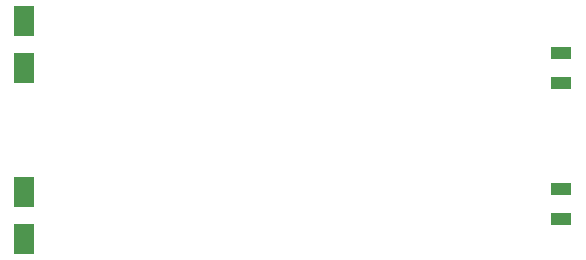
<source format=gtp>
G04*
G04 #@! TF.GenerationSoftware,Altium Limited,Altium Designer,21.7.2 (23)*
G04*
G04 Layer_Color=8421504*
%FSLAX25Y25*%
%MOIN*%
G70*
G04*
G04 #@! TF.SameCoordinates,BCDA84E1-426D-41BB-A13D-26443B01BCB4*
G04*
G04*
G04 #@! TF.FilePolarity,Positive*
G04*
G01*
G75*
%ADD16R,0.07087X0.04134*%
%ADD17R,0.06693X0.09843*%
D16*
X600394Y438091D02*
D03*
Y428051D02*
D03*
Y382776D02*
D03*
Y392815D02*
D03*
D17*
X421260Y433071D02*
D03*
Y448819D02*
D03*
Y391732D02*
D03*
Y375984D02*
D03*
M02*

</source>
